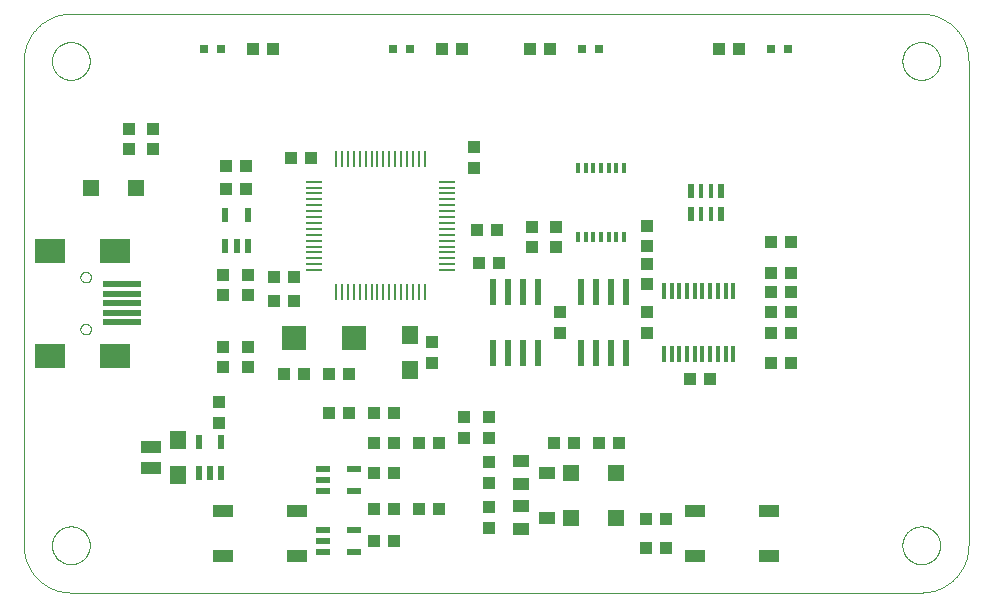
<source format=gtp>
G75*
%MOIN*%
%OFA0B0*%
%FSLAX25Y25*%
%IPPOS*%
%LPD*%
%AMOC8*
5,1,8,0,0,1.08239X$1,22.5*
%
%ADD10R,0.03150X0.03150*%
%ADD11R,0.03937X0.04331*%
%ADD12R,0.04331X0.03937*%
%ADD13R,0.07008X0.04016*%
%ADD14R,0.05512X0.06299*%
%ADD15R,0.01378X0.03543*%
%ADD16R,0.02165X0.04724*%
%ADD17R,0.04724X0.02165*%
%ADD18R,0.09843X0.07874*%
%ADD19R,0.12992X0.01969*%
%ADD20C,0.00000*%
%ADD21R,0.05512X0.03937*%
%ADD22R,0.05512X0.05512*%
%ADD23R,0.01732X0.04528*%
%ADD24R,0.02480X0.04528*%
%ADD25R,0.02362X0.08661*%
%ADD26R,0.01378X0.05630*%
%ADD27R,0.05709X0.01063*%
%ADD28R,0.01063X0.05709*%
%ADD29R,0.08000X0.08000*%
%ADD30R,0.06693X0.03937*%
D10*
X0114220Y0235814D03*
X0120126Y0235814D03*
X0177213Y0235814D03*
X0183118Y0235814D03*
X0240205Y0235814D03*
X0246110Y0235814D03*
X0303197Y0235814D03*
X0309102Y0235814D03*
D11*
X0292764Y0235814D03*
X0286071Y0235814D03*
X0229772Y0235814D03*
X0223079Y0235814D03*
X0200244Y0235814D03*
X0193551Y0235814D03*
X0204181Y0203058D03*
X0204181Y0196365D03*
X0205260Y0175499D03*
X0211953Y0175499D03*
X0231681Y0176495D03*
X0231681Y0169802D03*
X0261994Y0164308D03*
X0261994Y0157615D03*
X0261994Y0148058D03*
X0261994Y0141365D03*
X0232931Y0141365D03*
X0232931Y0148058D03*
X0190431Y0138058D03*
X0190431Y0131365D03*
X0177528Y0114711D03*
X0170835Y0114711D03*
X0162528Y0114711D03*
X0155835Y0114711D03*
X0170835Y0104711D03*
X0177528Y0104711D03*
X0185835Y0104711D03*
X0192528Y0104711D03*
X0192528Y0082524D03*
X0185835Y0082524D03*
X0177528Y0082524D03*
X0170835Y0082524D03*
X0119181Y0111365D03*
X0119181Y0118058D03*
X0230835Y0104711D03*
X0237528Y0104711D03*
X0245835Y0104711D03*
X0252528Y0104711D03*
X0261535Y0079211D03*
X0268228Y0079211D03*
X0303185Y0131286D03*
X0309878Y0131286D03*
X0309878Y0141086D03*
X0303185Y0141086D03*
X0303185Y0148074D03*
X0309878Y0148074D03*
X0309878Y0154749D03*
X0303185Y0154749D03*
X0303185Y0161211D03*
X0309878Y0161211D03*
X0309878Y0171424D03*
X0303185Y0171424D03*
X0137252Y0235814D03*
X0130559Y0235814D03*
X0128403Y0196974D03*
X0121710Y0196974D03*
D12*
X0121644Y0189182D03*
X0128337Y0189182D03*
X0143335Y0199711D03*
X0150028Y0199711D03*
X0097306Y0202665D03*
X0089181Y0202665D03*
X0089181Y0209358D03*
X0097306Y0209358D03*
X0120680Y0160560D03*
X0128805Y0160560D03*
X0128805Y0153867D03*
X0120680Y0153867D03*
X0137710Y0151899D03*
X0144403Y0151899D03*
X0144403Y0160024D03*
X0137710Y0160024D03*
X0128869Y0136495D03*
X0120694Y0136458D03*
X0120694Y0129765D03*
X0128869Y0129802D03*
X0140835Y0127524D03*
X0147528Y0127524D03*
X0155835Y0127524D03*
X0162528Y0127524D03*
X0201056Y0113058D03*
X0201056Y0106365D03*
X0209181Y0106365D03*
X0209181Y0113058D03*
X0209181Y0098058D03*
X0209181Y0091365D03*
X0209181Y0083058D03*
X0209181Y0076365D03*
X0177528Y0071899D03*
X0170835Y0071899D03*
X0170835Y0094711D03*
X0177528Y0094711D03*
X0261535Y0069411D03*
X0268228Y0069411D03*
X0276235Y0125761D03*
X0282928Y0125761D03*
X0212528Y0164711D03*
X0205835Y0164711D03*
X0223706Y0169840D03*
X0223706Y0176533D03*
X0261994Y0176808D03*
X0261994Y0170115D03*
D13*
X0096681Y0103215D03*
X0096681Y0096207D03*
D14*
X0105744Y0093806D03*
X0105744Y0105617D03*
X0182931Y0128806D03*
X0182931Y0140617D03*
D15*
X0239004Y0173196D03*
X0241563Y0173196D03*
X0244122Y0173196D03*
X0246681Y0173196D03*
X0249240Y0173196D03*
X0251799Y0173196D03*
X0254358Y0173196D03*
X0254358Y0196227D03*
X0251799Y0196227D03*
X0249240Y0196227D03*
X0246681Y0196227D03*
X0244122Y0196227D03*
X0241563Y0196227D03*
X0239004Y0196227D03*
D16*
X0128896Y0180459D03*
X0121416Y0180459D03*
X0121416Y0170223D03*
X0125156Y0170223D03*
X0128896Y0170223D03*
X0120109Y0104830D03*
X0112628Y0104830D03*
X0112628Y0094593D03*
X0116369Y0094593D03*
X0120109Y0094593D03*
D17*
X0154063Y0095952D03*
X0154063Y0092211D03*
X0154063Y0088471D03*
X0164299Y0088471D03*
X0164299Y0095952D03*
X0164299Y0075639D03*
X0154063Y0075639D03*
X0154063Y0071899D03*
X0154063Y0068159D03*
X0164299Y0068159D03*
D18*
X0084693Y0133648D03*
X0063039Y0133648D03*
X0063039Y0168688D03*
X0084693Y0168688D03*
D19*
X0087055Y0157467D03*
X0087055Y0154318D03*
X0087055Y0151168D03*
X0087055Y0148018D03*
X0087055Y0144869D03*
D20*
X0069929Y0054711D02*
X0353394Y0054711D01*
X0347095Y0070459D02*
X0347097Y0070617D01*
X0347103Y0070775D01*
X0347113Y0070933D01*
X0347127Y0071091D01*
X0347145Y0071248D01*
X0347166Y0071405D01*
X0347192Y0071561D01*
X0347222Y0071717D01*
X0347255Y0071872D01*
X0347293Y0072025D01*
X0347334Y0072178D01*
X0347379Y0072330D01*
X0347428Y0072481D01*
X0347481Y0072630D01*
X0347537Y0072778D01*
X0347597Y0072924D01*
X0347661Y0073069D01*
X0347729Y0073212D01*
X0347800Y0073354D01*
X0347874Y0073494D01*
X0347952Y0073631D01*
X0348034Y0073767D01*
X0348118Y0073901D01*
X0348207Y0074032D01*
X0348298Y0074161D01*
X0348393Y0074288D01*
X0348490Y0074413D01*
X0348591Y0074535D01*
X0348695Y0074654D01*
X0348802Y0074771D01*
X0348912Y0074885D01*
X0349025Y0074996D01*
X0349140Y0075105D01*
X0349258Y0075210D01*
X0349379Y0075312D01*
X0349502Y0075412D01*
X0349628Y0075508D01*
X0349756Y0075601D01*
X0349886Y0075691D01*
X0350019Y0075777D01*
X0350154Y0075861D01*
X0350290Y0075940D01*
X0350429Y0076017D01*
X0350570Y0076089D01*
X0350712Y0076159D01*
X0350856Y0076224D01*
X0351002Y0076286D01*
X0351149Y0076344D01*
X0351298Y0076399D01*
X0351448Y0076450D01*
X0351599Y0076497D01*
X0351751Y0076540D01*
X0351904Y0076579D01*
X0352059Y0076615D01*
X0352214Y0076646D01*
X0352370Y0076674D01*
X0352526Y0076698D01*
X0352683Y0076718D01*
X0352841Y0076734D01*
X0352998Y0076746D01*
X0353157Y0076754D01*
X0353315Y0076758D01*
X0353473Y0076758D01*
X0353631Y0076754D01*
X0353790Y0076746D01*
X0353947Y0076734D01*
X0354105Y0076718D01*
X0354262Y0076698D01*
X0354418Y0076674D01*
X0354574Y0076646D01*
X0354729Y0076615D01*
X0354884Y0076579D01*
X0355037Y0076540D01*
X0355189Y0076497D01*
X0355340Y0076450D01*
X0355490Y0076399D01*
X0355639Y0076344D01*
X0355786Y0076286D01*
X0355932Y0076224D01*
X0356076Y0076159D01*
X0356218Y0076089D01*
X0356359Y0076017D01*
X0356498Y0075940D01*
X0356634Y0075861D01*
X0356769Y0075777D01*
X0356902Y0075691D01*
X0357032Y0075601D01*
X0357160Y0075508D01*
X0357286Y0075412D01*
X0357409Y0075312D01*
X0357530Y0075210D01*
X0357648Y0075105D01*
X0357763Y0074996D01*
X0357876Y0074885D01*
X0357986Y0074771D01*
X0358093Y0074654D01*
X0358197Y0074535D01*
X0358298Y0074413D01*
X0358395Y0074288D01*
X0358490Y0074161D01*
X0358581Y0074032D01*
X0358670Y0073901D01*
X0358754Y0073767D01*
X0358836Y0073631D01*
X0358914Y0073494D01*
X0358988Y0073354D01*
X0359059Y0073212D01*
X0359127Y0073069D01*
X0359191Y0072924D01*
X0359251Y0072778D01*
X0359307Y0072630D01*
X0359360Y0072481D01*
X0359409Y0072330D01*
X0359454Y0072178D01*
X0359495Y0072025D01*
X0359533Y0071872D01*
X0359566Y0071717D01*
X0359596Y0071561D01*
X0359622Y0071405D01*
X0359643Y0071248D01*
X0359661Y0071091D01*
X0359675Y0070933D01*
X0359685Y0070775D01*
X0359691Y0070617D01*
X0359693Y0070459D01*
X0359691Y0070301D01*
X0359685Y0070143D01*
X0359675Y0069985D01*
X0359661Y0069827D01*
X0359643Y0069670D01*
X0359622Y0069513D01*
X0359596Y0069357D01*
X0359566Y0069201D01*
X0359533Y0069046D01*
X0359495Y0068893D01*
X0359454Y0068740D01*
X0359409Y0068588D01*
X0359360Y0068437D01*
X0359307Y0068288D01*
X0359251Y0068140D01*
X0359191Y0067994D01*
X0359127Y0067849D01*
X0359059Y0067706D01*
X0358988Y0067564D01*
X0358914Y0067424D01*
X0358836Y0067287D01*
X0358754Y0067151D01*
X0358670Y0067017D01*
X0358581Y0066886D01*
X0358490Y0066757D01*
X0358395Y0066630D01*
X0358298Y0066505D01*
X0358197Y0066383D01*
X0358093Y0066264D01*
X0357986Y0066147D01*
X0357876Y0066033D01*
X0357763Y0065922D01*
X0357648Y0065813D01*
X0357530Y0065708D01*
X0357409Y0065606D01*
X0357286Y0065506D01*
X0357160Y0065410D01*
X0357032Y0065317D01*
X0356902Y0065227D01*
X0356769Y0065141D01*
X0356634Y0065057D01*
X0356498Y0064978D01*
X0356359Y0064901D01*
X0356218Y0064829D01*
X0356076Y0064759D01*
X0355932Y0064694D01*
X0355786Y0064632D01*
X0355639Y0064574D01*
X0355490Y0064519D01*
X0355340Y0064468D01*
X0355189Y0064421D01*
X0355037Y0064378D01*
X0354884Y0064339D01*
X0354729Y0064303D01*
X0354574Y0064272D01*
X0354418Y0064244D01*
X0354262Y0064220D01*
X0354105Y0064200D01*
X0353947Y0064184D01*
X0353790Y0064172D01*
X0353631Y0064164D01*
X0353473Y0064160D01*
X0353315Y0064160D01*
X0353157Y0064164D01*
X0352998Y0064172D01*
X0352841Y0064184D01*
X0352683Y0064200D01*
X0352526Y0064220D01*
X0352370Y0064244D01*
X0352214Y0064272D01*
X0352059Y0064303D01*
X0351904Y0064339D01*
X0351751Y0064378D01*
X0351599Y0064421D01*
X0351448Y0064468D01*
X0351298Y0064519D01*
X0351149Y0064574D01*
X0351002Y0064632D01*
X0350856Y0064694D01*
X0350712Y0064759D01*
X0350570Y0064829D01*
X0350429Y0064901D01*
X0350290Y0064978D01*
X0350154Y0065057D01*
X0350019Y0065141D01*
X0349886Y0065227D01*
X0349756Y0065317D01*
X0349628Y0065410D01*
X0349502Y0065506D01*
X0349379Y0065606D01*
X0349258Y0065708D01*
X0349140Y0065813D01*
X0349025Y0065922D01*
X0348912Y0066033D01*
X0348802Y0066147D01*
X0348695Y0066264D01*
X0348591Y0066383D01*
X0348490Y0066505D01*
X0348393Y0066630D01*
X0348298Y0066757D01*
X0348207Y0066886D01*
X0348118Y0067017D01*
X0348034Y0067151D01*
X0347952Y0067287D01*
X0347874Y0067424D01*
X0347800Y0067564D01*
X0347729Y0067706D01*
X0347661Y0067849D01*
X0347597Y0067994D01*
X0347537Y0068140D01*
X0347481Y0068288D01*
X0347428Y0068437D01*
X0347379Y0068588D01*
X0347334Y0068740D01*
X0347293Y0068893D01*
X0347255Y0069046D01*
X0347222Y0069201D01*
X0347192Y0069357D01*
X0347166Y0069513D01*
X0347145Y0069670D01*
X0347127Y0069827D01*
X0347113Y0069985D01*
X0347103Y0070143D01*
X0347097Y0070301D01*
X0347095Y0070459D01*
X0353394Y0054711D02*
X0353775Y0054716D01*
X0354155Y0054729D01*
X0354535Y0054752D01*
X0354914Y0054785D01*
X0355292Y0054826D01*
X0355669Y0054876D01*
X0356045Y0054936D01*
X0356420Y0055004D01*
X0356792Y0055082D01*
X0357163Y0055169D01*
X0357531Y0055264D01*
X0357897Y0055369D01*
X0358260Y0055482D01*
X0358621Y0055604D01*
X0358978Y0055734D01*
X0359332Y0055874D01*
X0359683Y0056021D01*
X0360030Y0056178D01*
X0360373Y0056342D01*
X0360712Y0056515D01*
X0361047Y0056696D01*
X0361378Y0056885D01*
X0361703Y0057082D01*
X0362024Y0057286D01*
X0362340Y0057499D01*
X0362650Y0057719D01*
X0362956Y0057946D01*
X0363255Y0058181D01*
X0363549Y0058423D01*
X0363837Y0058671D01*
X0364119Y0058927D01*
X0364394Y0059190D01*
X0364663Y0059459D01*
X0364926Y0059734D01*
X0365182Y0060016D01*
X0365430Y0060304D01*
X0365672Y0060598D01*
X0365907Y0060897D01*
X0366134Y0061203D01*
X0366354Y0061513D01*
X0366567Y0061829D01*
X0366771Y0062150D01*
X0366968Y0062475D01*
X0367157Y0062806D01*
X0367338Y0063141D01*
X0367511Y0063480D01*
X0367675Y0063823D01*
X0367832Y0064170D01*
X0367979Y0064521D01*
X0368119Y0064875D01*
X0368249Y0065232D01*
X0368371Y0065593D01*
X0368484Y0065956D01*
X0368589Y0066322D01*
X0368684Y0066690D01*
X0368771Y0067061D01*
X0368849Y0067433D01*
X0368917Y0067808D01*
X0368977Y0068184D01*
X0369027Y0068561D01*
X0369068Y0068939D01*
X0369101Y0069318D01*
X0369124Y0069698D01*
X0369137Y0070078D01*
X0369142Y0070459D01*
X0369142Y0231877D01*
X0347095Y0231877D02*
X0347097Y0232035D01*
X0347103Y0232193D01*
X0347113Y0232351D01*
X0347127Y0232509D01*
X0347145Y0232666D01*
X0347166Y0232823D01*
X0347192Y0232979D01*
X0347222Y0233135D01*
X0347255Y0233290D01*
X0347293Y0233443D01*
X0347334Y0233596D01*
X0347379Y0233748D01*
X0347428Y0233899D01*
X0347481Y0234048D01*
X0347537Y0234196D01*
X0347597Y0234342D01*
X0347661Y0234487D01*
X0347729Y0234630D01*
X0347800Y0234772D01*
X0347874Y0234912D01*
X0347952Y0235049D01*
X0348034Y0235185D01*
X0348118Y0235319D01*
X0348207Y0235450D01*
X0348298Y0235579D01*
X0348393Y0235706D01*
X0348490Y0235831D01*
X0348591Y0235953D01*
X0348695Y0236072D01*
X0348802Y0236189D01*
X0348912Y0236303D01*
X0349025Y0236414D01*
X0349140Y0236523D01*
X0349258Y0236628D01*
X0349379Y0236730D01*
X0349502Y0236830D01*
X0349628Y0236926D01*
X0349756Y0237019D01*
X0349886Y0237109D01*
X0350019Y0237195D01*
X0350154Y0237279D01*
X0350290Y0237358D01*
X0350429Y0237435D01*
X0350570Y0237507D01*
X0350712Y0237577D01*
X0350856Y0237642D01*
X0351002Y0237704D01*
X0351149Y0237762D01*
X0351298Y0237817D01*
X0351448Y0237868D01*
X0351599Y0237915D01*
X0351751Y0237958D01*
X0351904Y0237997D01*
X0352059Y0238033D01*
X0352214Y0238064D01*
X0352370Y0238092D01*
X0352526Y0238116D01*
X0352683Y0238136D01*
X0352841Y0238152D01*
X0352998Y0238164D01*
X0353157Y0238172D01*
X0353315Y0238176D01*
X0353473Y0238176D01*
X0353631Y0238172D01*
X0353790Y0238164D01*
X0353947Y0238152D01*
X0354105Y0238136D01*
X0354262Y0238116D01*
X0354418Y0238092D01*
X0354574Y0238064D01*
X0354729Y0238033D01*
X0354884Y0237997D01*
X0355037Y0237958D01*
X0355189Y0237915D01*
X0355340Y0237868D01*
X0355490Y0237817D01*
X0355639Y0237762D01*
X0355786Y0237704D01*
X0355932Y0237642D01*
X0356076Y0237577D01*
X0356218Y0237507D01*
X0356359Y0237435D01*
X0356498Y0237358D01*
X0356634Y0237279D01*
X0356769Y0237195D01*
X0356902Y0237109D01*
X0357032Y0237019D01*
X0357160Y0236926D01*
X0357286Y0236830D01*
X0357409Y0236730D01*
X0357530Y0236628D01*
X0357648Y0236523D01*
X0357763Y0236414D01*
X0357876Y0236303D01*
X0357986Y0236189D01*
X0358093Y0236072D01*
X0358197Y0235953D01*
X0358298Y0235831D01*
X0358395Y0235706D01*
X0358490Y0235579D01*
X0358581Y0235450D01*
X0358670Y0235319D01*
X0358754Y0235185D01*
X0358836Y0235049D01*
X0358914Y0234912D01*
X0358988Y0234772D01*
X0359059Y0234630D01*
X0359127Y0234487D01*
X0359191Y0234342D01*
X0359251Y0234196D01*
X0359307Y0234048D01*
X0359360Y0233899D01*
X0359409Y0233748D01*
X0359454Y0233596D01*
X0359495Y0233443D01*
X0359533Y0233290D01*
X0359566Y0233135D01*
X0359596Y0232979D01*
X0359622Y0232823D01*
X0359643Y0232666D01*
X0359661Y0232509D01*
X0359675Y0232351D01*
X0359685Y0232193D01*
X0359691Y0232035D01*
X0359693Y0231877D01*
X0359691Y0231719D01*
X0359685Y0231561D01*
X0359675Y0231403D01*
X0359661Y0231245D01*
X0359643Y0231088D01*
X0359622Y0230931D01*
X0359596Y0230775D01*
X0359566Y0230619D01*
X0359533Y0230464D01*
X0359495Y0230311D01*
X0359454Y0230158D01*
X0359409Y0230006D01*
X0359360Y0229855D01*
X0359307Y0229706D01*
X0359251Y0229558D01*
X0359191Y0229412D01*
X0359127Y0229267D01*
X0359059Y0229124D01*
X0358988Y0228982D01*
X0358914Y0228842D01*
X0358836Y0228705D01*
X0358754Y0228569D01*
X0358670Y0228435D01*
X0358581Y0228304D01*
X0358490Y0228175D01*
X0358395Y0228048D01*
X0358298Y0227923D01*
X0358197Y0227801D01*
X0358093Y0227682D01*
X0357986Y0227565D01*
X0357876Y0227451D01*
X0357763Y0227340D01*
X0357648Y0227231D01*
X0357530Y0227126D01*
X0357409Y0227024D01*
X0357286Y0226924D01*
X0357160Y0226828D01*
X0357032Y0226735D01*
X0356902Y0226645D01*
X0356769Y0226559D01*
X0356634Y0226475D01*
X0356498Y0226396D01*
X0356359Y0226319D01*
X0356218Y0226247D01*
X0356076Y0226177D01*
X0355932Y0226112D01*
X0355786Y0226050D01*
X0355639Y0225992D01*
X0355490Y0225937D01*
X0355340Y0225886D01*
X0355189Y0225839D01*
X0355037Y0225796D01*
X0354884Y0225757D01*
X0354729Y0225721D01*
X0354574Y0225690D01*
X0354418Y0225662D01*
X0354262Y0225638D01*
X0354105Y0225618D01*
X0353947Y0225602D01*
X0353790Y0225590D01*
X0353631Y0225582D01*
X0353473Y0225578D01*
X0353315Y0225578D01*
X0353157Y0225582D01*
X0352998Y0225590D01*
X0352841Y0225602D01*
X0352683Y0225618D01*
X0352526Y0225638D01*
X0352370Y0225662D01*
X0352214Y0225690D01*
X0352059Y0225721D01*
X0351904Y0225757D01*
X0351751Y0225796D01*
X0351599Y0225839D01*
X0351448Y0225886D01*
X0351298Y0225937D01*
X0351149Y0225992D01*
X0351002Y0226050D01*
X0350856Y0226112D01*
X0350712Y0226177D01*
X0350570Y0226247D01*
X0350429Y0226319D01*
X0350290Y0226396D01*
X0350154Y0226475D01*
X0350019Y0226559D01*
X0349886Y0226645D01*
X0349756Y0226735D01*
X0349628Y0226828D01*
X0349502Y0226924D01*
X0349379Y0227024D01*
X0349258Y0227126D01*
X0349140Y0227231D01*
X0349025Y0227340D01*
X0348912Y0227451D01*
X0348802Y0227565D01*
X0348695Y0227682D01*
X0348591Y0227801D01*
X0348490Y0227923D01*
X0348393Y0228048D01*
X0348298Y0228175D01*
X0348207Y0228304D01*
X0348118Y0228435D01*
X0348034Y0228569D01*
X0347952Y0228705D01*
X0347874Y0228842D01*
X0347800Y0228982D01*
X0347729Y0229124D01*
X0347661Y0229267D01*
X0347597Y0229412D01*
X0347537Y0229558D01*
X0347481Y0229706D01*
X0347428Y0229855D01*
X0347379Y0230006D01*
X0347334Y0230158D01*
X0347293Y0230311D01*
X0347255Y0230464D01*
X0347222Y0230619D01*
X0347192Y0230775D01*
X0347166Y0230931D01*
X0347145Y0231088D01*
X0347127Y0231245D01*
X0347113Y0231403D01*
X0347103Y0231561D01*
X0347097Y0231719D01*
X0347095Y0231877D01*
X0353394Y0247625D02*
X0353775Y0247620D01*
X0354155Y0247607D01*
X0354535Y0247584D01*
X0354914Y0247551D01*
X0355292Y0247510D01*
X0355669Y0247460D01*
X0356045Y0247400D01*
X0356420Y0247332D01*
X0356792Y0247254D01*
X0357163Y0247167D01*
X0357531Y0247072D01*
X0357897Y0246967D01*
X0358260Y0246854D01*
X0358621Y0246732D01*
X0358978Y0246602D01*
X0359332Y0246462D01*
X0359683Y0246315D01*
X0360030Y0246158D01*
X0360373Y0245994D01*
X0360712Y0245821D01*
X0361047Y0245640D01*
X0361378Y0245451D01*
X0361703Y0245254D01*
X0362024Y0245050D01*
X0362340Y0244837D01*
X0362650Y0244617D01*
X0362956Y0244390D01*
X0363255Y0244155D01*
X0363549Y0243913D01*
X0363837Y0243665D01*
X0364119Y0243409D01*
X0364394Y0243146D01*
X0364663Y0242877D01*
X0364926Y0242602D01*
X0365182Y0242320D01*
X0365430Y0242032D01*
X0365672Y0241738D01*
X0365907Y0241439D01*
X0366134Y0241133D01*
X0366354Y0240823D01*
X0366567Y0240507D01*
X0366771Y0240186D01*
X0366968Y0239861D01*
X0367157Y0239530D01*
X0367338Y0239195D01*
X0367511Y0238856D01*
X0367675Y0238513D01*
X0367832Y0238166D01*
X0367979Y0237815D01*
X0368119Y0237461D01*
X0368249Y0237104D01*
X0368371Y0236743D01*
X0368484Y0236380D01*
X0368589Y0236014D01*
X0368684Y0235646D01*
X0368771Y0235275D01*
X0368849Y0234903D01*
X0368917Y0234528D01*
X0368977Y0234152D01*
X0369027Y0233775D01*
X0369068Y0233397D01*
X0369101Y0233018D01*
X0369124Y0232638D01*
X0369137Y0232258D01*
X0369142Y0231877D01*
X0353394Y0247625D02*
X0069929Y0247625D01*
X0063630Y0231877D02*
X0063632Y0232035D01*
X0063638Y0232193D01*
X0063648Y0232351D01*
X0063662Y0232509D01*
X0063680Y0232666D01*
X0063701Y0232823D01*
X0063727Y0232979D01*
X0063757Y0233135D01*
X0063790Y0233290D01*
X0063828Y0233443D01*
X0063869Y0233596D01*
X0063914Y0233748D01*
X0063963Y0233899D01*
X0064016Y0234048D01*
X0064072Y0234196D01*
X0064132Y0234342D01*
X0064196Y0234487D01*
X0064264Y0234630D01*
X0064335Y0234772D01*
X0064409Y0234912D01*
X0064487Y0235049D01*
X0064569Y0235185D01*
X0064653Y0235319D01*
X0064742Y0235450D01*
X0064833Y0235579D01*
X0064928Y0235706D01*
X0065025Y0235831D01*
X0065126Y0235953D01*
X0065230Y0236072D01*
X0065337Y0236189D01*
X0065447Y0236303D01*
X0065560Y0236414D01*
X0065675Y0236523D01*
X0065793Y0236628D01*
X0065914Y0236730D01*
X0066037Y0236830D01*
X0066163Y0236926D01*
X0066291Y0237019D01*
X0066421Y0237109D01*
X0066554Y0237195D01*
X0066689Y0237279D01*
X0066825Y0237358D01*
X0066964Y0237435D01*
X0067105Y0237507D01*
X0067247Y0237577D01*
X0067391Y0237642D01*
X0067537Y0237704D01*
X0067684Y0237762D01*
X0067833Y0237817D01*
X0067983Y0237868D01*
X0068134Y0237915D01*
X0068286Y0237958D01*
X0068439Y0237997D01*
X0068594Y0238033D01*
X0068749Y0238064D01*
X0068905Y0238092D01*
X0069061Y0238116D01*
X0069218Y0238136D01*
X0069376Y0238152D01*
X0069533Y0238164D01*
X0069692Y0238172D01*
X0069850Y0238176D01*
X0070008Y0238176D01*
X0070166Y0238172D01*
X0070325Y0238164D01*
X0070482Y0238152D01*
X0070640Y0238136D01*
X0070797Y0238116D01*
X0070953Y0238092D01*
X0071109Y0238064D01*
X0071264Y0238033D01*
X0071419Y0237997D01*
X0071572Y0237958D01*
X0071724Y0237915D01*
X0071875Y0237868D01*
X0072025Y0237817D01*
X0072174Y0237762D01*
X0072321Y0237704D01*
X0072467Y0237642D01*
X0072611Y0237577D01*
X0072753Y0237507D01*
X0072894Y0237435D01*
X0073033Y0237358D01*
X0073169Y0237279D01*
X0073304Y0237195D01*
X0073437Y0237109D01*
X0073567Y0237019D01*
X0073695Y0236926D01*
X0073821Y0236830D01*
X0073944Y0236730D01*
X0074065Y0236628D01*
X0074183Y0236523D01*
X0074298Y0236414D01*
X0074411Y0236303D01*
X0074521Y0236189D01*
X0074628Y0236072D01*
X0074732Y0235953D01*
X0074833Y0235831D01*
X0074930Y0235706D01*
X0075025Y0235579D01*
X0075116Y0235450D01*
X0075205Y0235319D01*
X0075289Y0235185D01*
X0075371Y0235049D01*
X0075449Y0234912D01*
X0075523Y0234772D01*
X0075594Y0234630D01*
X0075662Y0234487D01*
X0075726Y0234342D01*
X0075786Y0234196D01*
X0075842Y0234048D01*
X0075895Y0233899D01*
X0075944Y0233748D01*
X0075989Y0233596D01*
X0076030Y0233443D01*
X0076068Y0233290D01*
X0076101Y0233135D01*
X0076131Y0232979D01*
X0076157Y0232823D01*
X0076178Y0232666D01*
X0076196Y0232509D01*
X0076210Y0232351D01*
X0076220Y0232193D01*
X0076226Y0232035D01*
X0076228Y0231877D01*
X0076226Y0231719D01*
X0076220Y0231561D01*
X0076210Y0231403D01*
X0076196Y0231245D01*
X0076178Y0231088D01*
X0076157Y0230931D01*
X0076131Y0230775D01*
X0076101Y0230619D01*
X0076068Y0230464D01*
X0076030Y0230311D01*
X0075989Y0230158D01*
X0075944Y0230006D01*
X0075895Y0229855D01*
X0075842Y0229706D01*
X0075786Y0229558D01*
X0075726Y0229412D01*
X0075662Y0229267D01*
X0075594Y0229124D01*
X0075523Y0228982D01*
X0075449Y0228842D01*
X0075371Y0228705D01*
X0075289Y0228569D01*
X0075205Y0228435D01*
X0075116Y0228304D01*
X0075025Y0228175D01*
X0074930Y0228048D01*
X0074833Y0227923D01*
X0074732Y0227801D01*
X0074628Y0227682D01*
X0074521Y0227565D01*
X0074411Y0227451D01*
X0074298Y0227340D01*
X0074183Y0227231D01*
X0074065Y0227126D01*
X0073944Y0227024D01*
X0073821Y0226924D01*
X0073695Y0226828D01*
X0073567Y0226735D01*
X0073437Y0226645D01*
X0073304Y0226559D01*
X0073169Y0226475D01*
X0073033Y0226396D01*
X0072894Y0226319D01*
X0072753Y0226247D01*
X0072611Y0226177D01*
X0072467Y0226112D01*
X0072321Y0226050D01*
X0072174Y0225992D01*
X0072025Y0225937D01*
X0071875Y0225886D01*
X0071724Y0225839D01*
X0071572Y0225796D01*
X0071419Y0225757D01*
X0071264Y0225721D01*
X0071109Y0225690D01*
X0070953Y0225662D01*
X0070797Y0225638D01*
X0070640Y0225618D01*
X0070482Y0225602D01*
X0070325Y0225590D01*
X0070166Y0225582D01*
X0070008Y0225578D01*
X0069850Y0225578D01*
X0069692Y0225582D01*
X0069533Y0225590D01*
X0069376Y0225602D01*
X0069218Y0225618D01*
X0069061Y0225638D01*
X0068905Y0225662D01*
X0068749Y0225690D01*
X0068594Y0225721D01*
X0068439Y0225757D01*
X0068286Y0225796D01*
X0068134Y0225839D01*
X0067983Y0225886D01*
X0067833Y0225937D01*
X0067684Y0225992D01*
X0067537Y0226050D01*
X0067391Y0226112D01*
X0067247Y0226177D01*
X0067105Y0226247D01*
X0066964Y0226319D01*
X0066825Y0226396D01*
X0066689Y0226475D01*
X0066554Y0226559D01*
X0066421Y0226645D01*
X0066291Y0226735D01*
X0066163Y0226828D01*
X0066037Y0226924D01*
X0065914Y0227024D01*
X0065793Y0227126D01*
X0065675Y0227231D01*
X0065560Y0227340D01*
X0065447Y0227451D01*
X0065337Y0227565D01*
X0065230Y0227682D01*
X0065126Y0227801D01*
X0065025Y0227923D01*
X0064928Y0228048D01*
X0064833Y0228175D01*
X0064742Y0228304D01*
X0064653Y0228435D01*
X0064569Y0228569D01*
X0064487Y0228705D01*
X0064409Y0228842D01*
X0064335Y0228982D01*
X0064264Y0229124D01*
X0064196Y0229267D01*
X0064132Y0229412D01*
X0064072Y0229558D01*
X0064016Y0229706D01*
X0063963Y0229855D01*
X0063914Y0230006D01*
X0063869Y0230158D01*
X0063828Y0230311D01*
X0063790Y0230464D01*
X0063757Y0230619D01*
X0063727Y0230775D01*
X0063701Y0230931D01*
X0063680Y0231088D01*
X0063662Y0231245D01*
X0063648Y0231403D01*
X0063638Y0231561D01*
X0063632Y0231719D01*
X0063630Y0231877D01*
X0054181Y0231877D02*
X0054186Y0232258D01*
X0054199Y0232638D01*
X0054222Y0233018D01*
X0054255Y0233397D01*
X0054296Y0233775D01*
X0054346Y0234152D01*
X0054406Y0234528D01*
X0054474Y0234903D01*
X0054552Y0235275D01*
X0054639Y0235646D01*
X0054734Y0236014D01*
X0054839Y0236380D01*
X0054952Y0236743D01*
X0055074Y0237104D01*
X0055204Y0237461D01*
X0055344Y0237815D01*
X0055491Y0238166D01*
X0055648Y0238513D01*
X0055812Y0238856D01*
X0055985Y0239195D01*
X0056166Y0239530D01*
X0056355Y0239861D01*
X0056552Y0240186D01*
X0056756Y0240507D01*
X0056969Y0240823D01*
X0057189Y0241133D01*
X0057416Y0241439D01*
X0057651Y0241738D01*
X0057893Y0242032D01*
X0058141Y0242320D01*
X0058397Y0242602D01*
X0058660Y0242877D01*
X0058929Y0243146D01*
X0059204Y0243409D01*
X0059486Y0243665D01*
X0059774Y0243913D01*
X0060068Y0244155D01*
X0060367Y0244390D01*
X0060673Y0244617D01*
X0060983Y0244837D01*
X0061299Y0245050D01*
X0061620Y0245254D01*
X0061945Y0245451D01*
X0062276Y0245640D01*
X0062611Y0245821D01*
X0062950Y0245994D01*
X0063293Y0246158D01*
X0063640Y0246315D01*
X0063991Y0246462D01*
X0064345Y0246602D01*
X0064702Y0246732D01*
X0065063Y0246854D01*
X0065426Y0246967D01*
X0065792Y0247072D01*
X0066160Y0247167D01*
X0066531Y0247254D01*
X0066903Y0247332D01*
X0067278Y0247400D01*
X0067654Y0247460D01*
X0068031Y0247510D01*
X0068409Y0247551D01*
X0068788Y0247584D01*
X0069168Y0247607D01*
X0069548Y0247620D01*
X0069929Y0247625D01*
X0054181Y0231877D02*
X0054181Y0070459D01*
X0063630Y0070459D02*
X0063632Y0070617D01*
X0063638Y0070775D01*
X0063648Y0070933D01*
X0063662Y0071091D01*
X0063680Y0071248D01*
X0063701Y0071405D01*
X0063727Y0071561D01*
X0063757Y0071717D01*
X0063790Y0071872D01*
X0063828Y0072025D01*
X0063869Y0072178D01*
X0063914Y0072330D01*
X0063963Y0072481D01*
X0064016Y0072630D01*
X0064072Y0072778D01*
X0064132Y0072924D01*
X0064196Y0073069D01*
X0064264Y0073212D01*
X0064335Y0073354D01*
X0064409Y0073494D01*
X0064487Y0073631D01*
X0064569Y0073767D01*
X0064653Y0073901D01*
X0064742Y0074032D01*
X0064833Y0074161D01*
X0064928Y0074288D01*
X0065025Y0074413D01*
X0065126Y0074535D01*
X0065230Y0074654D01*
X0065337Y0074771D01*
X0065447Y0074885D01*
X0065560Y0074996D01*
X0065675Y0075105D01*
X0065793Y0075210D01*
X0065914Y0075312D01*
X0066037Y0075412D01*
X0066163Y0075508D01*
X0066291Y0075601D01*
X0066421Y0075691D01*
X0066554Y0075777D01*
X0066689Y0075861D01*
X0066825Y0075940D01*
X0066964Y0076017D01*
X0067105Y0076089D01*
X0067247Y0076159D01*
X0067391Y0076224D01*
X0067537Y0076286D01*
X0067684Y0076344D01*
X0067833Y0076399D01*
X0067983Y0076450D01*
X0068134Y0076497D01*
X0068286Y0076540D01*
X0068439Y0076579D01*
X0068594Y0076615D01*
X0068749Y0076646D01*
X0068905Y0076674D01*
X0069061Y0076698D01*
X0069218Y0076718D01*
X0069376Y0076734D01*
X0069533Y0076746D01*
X0069692Y0076754D01*
X0069850Y0076758D01*
X0070008Y0076758D01*
X0070166Y0076754D01*
X0070325Y0076746D01*
X0070482Y0076734D01*
X0070640Y0076718D01*
X0070797Y0076698D01*
X0070953Y0076674D01*
X0071109Y0076646D01*
X0071264Y0076615D01*
X0071419Y0076579D01*
X0071572Y0076540D01*
X0071724Y0076497D01*
X0071875Y0076450D01*
X0072025Y0076399D01*
X0072174Y0076344D01*
X0072321Y0076286D01*
X0072467Y0076224D01*
X0072611Y0076159D01*
X0072753Y0076089D01*
X0072894Y0076017D01*
X0073033Y0075940D01*
X0073169Y0075861D01*
X0073304Y0075777D01*
X0073437Y0075691D01*
X0073567Y0075601D01*
X0073695Y0075508D01*
X0073821Y0075412D01*
X0073944Y0075312D01*
X0074065Y0075210D01*
X0074183Y0075105D01*
X0074298Y0074996D01*
X0074411Y0074885D01*
X0074521Y0074771D01*
X0074628Y0074654D01*
X0074732Y0074535D01*
X0074833Y0074413D01*
X0074930Y0074288D01*
X0075025Y0074161D01*
X0075116Y0074032D01*
X0075205Y0073901D01*
X0075289Y0073767D01*
X0075371Y0073631D01*
X0075449Y0073494D01*
X0075523Y0073354D01*
X0075594Y0073212D01*
X0075662Y0073069D01*
X0075726Y0072924D01*
X0075786Y0072778D01*
X0075842Y0072630D01*
X0075895Y0072481D01*
X0075944Y0072330D01*
X0075989Y0072178D01*
X0076030Y0072025D01*
X0076068Y0071872D01*
X0076101Y0071717D01*
X0076131Y0071561D01*
X0076157Y0071405D01*
X0076178Y0071248D01*
X0076196Y0071091D01*
X0076210Y0070933D01*
X0076220Y0070775D01*
X0076226Y0070617D01*
X0076228Y0070459D01*
X0076226Y0070301D01*
X0076220Y0070143D01*
X0076210Y0069985D01*
X0076196Y0069827D01*
X0076178Y0069670D01*
X0076157Y0069513D01*
X0076131Y0069357D01*
X0076101Y0069201D01*
X0076068Y0069046D01*
X0076030Y0068893D01*
X0075989Y0068740D01*
X0075944Y0068588D01*
X0075895Y0068437D01*
X0075842Y0068288D01*
X0075786Y0068140D01*
X0075726Y0067994D01*
X0075662Y0067849D01*
X0075594Y0067706D01*
X0075523Y0067564D01*
X0075449Y0067424D01*
X0075371Y0067287D01*
X0075289Y0067151D01*
X0075205Y0067017D01*
X0075116Y0066886D01*
X0075025Y0066757D01*
X0074930Y0066630D01*
X0074833Y0066505D01*
X0074732Y0066383D01*
X0074628Y0066264D01*
X0074521Y0066147D01*
X0074411Y0066033D01*
X0074298Y0065922D01*
X0074183Y0065813D01*
X0074065Y0065708D01*
X0073944Y0065606D01*
X0073821Y0065506D01*
X0073695Y0065410D01*
X0073567Y0065317D01*
X0073437Y0065227D01*
X0073304Y0065141D01*
X0073169Y0065057D01*
X0073033Y0064978D01*
X0072894Y0064901D01*
X0072753Y0064829D01*
X0072611Y0064759D01*
X0072467Y0064694D01*
X0072321Y0064632D01*
X0072174Y0064574D01*
X0072025Y0064519D01*
X0071875Y0064468D01*
X0071724Y0064421D01*
X0071572Y0064378D01*
X0071419Y0064339D01*
X0071264Y0064303D01*
X0071109Y0064272D01*
X0070953Y0064244D01*
X0070797Y0064220D01*
X0070640Y0064200D01*
X0070482Y0064184D01*
X0070325Y0064172D01*
X0070166Y0064164D01*
X0070008Y0064160D01*
X0069850Y0064160D01*
X0069692Y0064164D01*
X0069533Y0064172D01*
X0069376Y0064184D01*
X0069218Y0064200D01*
X0069061Y0064220D01*
X0068905Y0064244D01*
X0068749Y0064272D01*
X0068594Y0064303D01*
X0068439Y0064339D01*
X0068286Y0064378D01*
X0068134Y0064421D01*
X0067983Y0064468D01*
X0067833Y0064519D01*
X0067684Y0064574D01*
X0067537Y0064632D01*
X0067391Y0064694D01*
X0067247Y0064759D01*
X0067105Y0064829D01*
X0066964Y0064901D01*
X0066825Y0064978D01*
X0066689Y0065057D01*
X0066554Y0065141D01*
X0066421Y0065227D01*
X0066291Y0065317D01*
X0066163Y0065410D01*
X0066037Y0065506D01*
X0065914Y0065606D01*
X0065793Y0065708D01*
X0065675Y0065813D01*
X0065560Y0065922D01*
X0065447Y0066033D01*
X0065337Y0066147D01*
X0065230Y0066264D01*
X0065126Y0066383D01*
X0065025Y0066505D01*
X0064928Y0066630D01*
X0064833Y0066757D01*
X0064742Y0066886D01*
X0064653Y0067017D01*
X0064569Y0067151D01*
X0064487Y0067287D01*
X0064409Y0067424D01*
X0064335Y0067564D01*
X0064264Y0067706D01*
X0064196Y0067849D01*
X0064132Y0067994D01*
X0064072Y0068140D01*
X0064016Y0068288D01*
X0063963Y0068437D01*
X0063914Y0068588D01*
X0063869Y0068740D01*
X0063828Y0068893D01*
X0063790Y0069046D01*
X0063757Y0069201D01*
X0063727Y0069357D01*
X0063701Y0069513D01*
X0063680Y0069670D01*
X0063662Y0069827D01*
X0063648Y0069985D01*
X0063638Y0070143D01*
X0063632Y0070301D01*
X0063630Y0070459D01*
X0054181Y0070459D02*
X0054186Y0070078D01*
X0054199Y0069698D01*
X0054222Y0069318D01*
X0054255Y0068939D01*
X0054296Y0068561D01*
X0054346Y0068184D01*
X0054406Y0067808D01*
X0054474Y0067433D01*
X0054552Y0067061D01*
X0054639Y0066690D01*
X0054734Y0066322D01*
X0054839Y0065956D01*
X0054952Y0065593D01*
X0055074Y0065232D01*
X0055204Y0064875D01*
X0055344Y0064521D01*
X0055491Y0064170D01*
X0055648Y0063823D01*
X0055812Y0063480D01*
X0055985Y0063141D01*
X0056166Y0062806D01*
X0056355Y0062475D01*
X0056552Y0062150D01*
X0056756Y0061829D01*
X0056969Y0061513D01*
X0057189Y0061203D01*
X0057416Y0060897D01*
X0057651Y0060598D01*
X0057893Y0060304D01*
X0058141Y0060016D01*
X0058397Y0059734D01*
X0058660Y0059459D01*
X0058929Y0059190D01*
X0059204Y0058927D01*
X0059486Y0058671D01*
X0059774Y0058423D01*
X0060068Y0058181D01*
X0060367Y0057946D01*
X0060673Y0057719D01*
X0060983Y0057499D01*
X0061299Y0057286D01*
X0061620Y0057082D01*
X0061945Y0056885D01*
X0062276Y0056696D01*
X0062611Y0056515D01*
X0062950Y0056342D01*
X0063293Y0056178D01*
X0063640Y0056021D01*
X0063991Y0055874D01*
X0064345Y0055734D01*
X0064702Y0055604D01*
X0065063Y0055482D01*
X0065426Y0055369D01*
X0065792Y0055264D01*
X0066160Y0055169D01*
X0066531Y0055082D01*
X0066903Y0055004D01*
X0067278Y0054936D01*
X0067654Y0054876D01*
X0068031Y0054826D01*
X0068409Y0054785D01*
X0068788Y0054752D01*
X0069168Y0054729D01*
X0069548Y0054716D01*
X0069929Y0054711D01*
X0073078Y0142507D02*
X0073080Y0142591D01*
X0073086Y0142674D01*
X0073096Y0142757D01*
X0073110Y0142840D01*
X0073127Y0142922D01*
X0073149Y0143003D01*
X0073174Y0143082D01*
X0073203Y0143161D01*
X0073236Y0143238D01*
X0073272Y0143313D01*
X0073312Y0143387D01*
X0073355Y0143459D01*
X0073402Y0143528D01*
X0073452Y0143595D01*
X0073505Y0143660D01*
X0073561Y0143722D01*
X0073619Y0143782D01*
X0073681Y0143839D01*
X0073745Y0143892D01*
X0073812Y0143943D01*
X0073881Y0143990D01*
X0073952Y0144035D01*
X0074025Y0144075D01*
X0074100Y0144112D01*
X0074177Y0144146D01*
X0074255Y0144176D01*
X0074334Y0144202D01*
X0074415Y0144225D01*
X0074497Y0144243D01*
X0074579Y0144258D01*
X0074662Y0144269D01*
X0074745Y0144276D01*
X0074829Y0144279D01*
X0074913Y0144278D01*
X0074996Y0144273D01*
X0075080Y0144264D01*
X0075162Y0144251D01*
X0075244Y0144235D01*
X0075325Y0144214D01*
X0075406Y0144190D01*
X0075484Y0144162D01*
X0075562Y0144130D01*
X0075638Y0144094D01*
X0075712Y0144055D01*
X0075784Y0144013D01*
X0075854Y0143967D01*
X0075922Y0143918D01*
X0075987Y0143866D01*
X0076050Y0143811D01*
X0076110Y0143753D01*
X0076168Y0143692D01*
X0076222Y0143628D01*
X0076274Y0143562D01*
X0076322Y0143494D01*
X0076367Y0143423D01*
X0076408Y0143350D01*
X0076447Y0143276D01*
X0076481Y0143200D01*
X0076512Y0143122D01*
X0076539Y0143043D01*
X0076563Y0142962D01*
X0076582Y0142881D01*
X0076598Y0142799D01*
X0076610Y0142716D01*
X0076618Y0142632D01*
X0076622Y0142549D01*
X0076622Y0142465D01*
X0076618Y0142382D01*
X0076610Y0142298D01*
X0076598Y0142215D01*
X0076582Y0142133D01*
X0076563Y0142052D01*
X0076539Y0141971D01*
X0076512Y0141892D01*
X0076481Y0141814D01*
X0076447Y0141738D01*
X0076408Y0141664D01*
X0076367Y0141591D01*
X0076322Y0141520D01*
X0076274Y0141452D01*
X0076222Y0141386D01*
X0076168Y0141322D01*
X0076110Y0141261D01*
X0076050Y0141203D01*
X0075987Y0141148D01*
X0075922Y0141096D01*
X0075854Y0141047D01*
X0075784Y0141001D01*
X0075712Y0140959D01*
X0075638Y0140920D01*
X0075562Y0140884D01*
X0075484Y0140852D01*
X0075406Y0140824D01*
X0075325Y0140800D01*
X0075244Y0140779D01*
X0075162Y0140763D01*
X0075080Y0140750D01*
X0074996Y0140741D01*
X0074913Y0140736D01*
X0074829Y0140735D01*
X0074745Y0140738D01*
X0074662Y0140745D01*
X0074579Y0140756D01*
X0074497Y0140771D01*
X0074415Y0140789D01*
X0074334Y0140812D01*
X0074255Y0140838D01*
X0074177Y0140868D01*
X0074100Y0140902D01*
X0074025Y0140939D01*
X0073952Y0140979D01*
X0073881Y0141024D01*
X0073812Y0141071D01*
X0073745Y0141122D01*
X0073681Y0141175D01*
X0073619Y0141232D01*
X0073561Y0141292D01*
X0073505Y0141354D01*
X0073452Y0141419D01*
X0073402Y0141486D01*
X0073355Y0141555D01*
X0073312Y0141627D01*
X0073272Y0141701D01*
X0073236Y0141776D01*
X0073203Y0141853D01*
X0073174Y0141932D01*
X0073149Y0142011D01*
X0073127Y0142092D01*
X0073110Y0142174D01*
X0073096Y0142257D01*
X0073086Y0142340D01*
X0073080Y0142423D01*
X0073078Y0142507D01*
X0073078Y0159830D02*
X0073080Y0159914D01*
X0073086Y0159997D01*
X0073096Y0160080D01*
X0073110Y0160163D01*
X0073127Y0160245D01*
X0073149Y0160326D01*
X0073174Y0160405D01*
X0073203Y0160484D01*
X0073236Y0160561D01*
X0073272Y0160636D01*
X0073312Y0160710D01*
X0073355Y0160782D01*
X0073402Y0160851D01*
X0073452Y0160918D01*
X0073505Y0160983D01*
X0073561Y0161045D01*
X0073619Y0161105D01*
X0073681Y0161162D01*
X0073745Y0161215D01*
X0073812Y0161266D01*
X0073881Y0161313D01*
X0073952Y0161358D01*
X0074025Y0161398D01*
X0074100Y0161435D01*
X0074177Y0161469D01*
X0074255Y0161499D01*
X0074334Y0161525D01*
X0074415Y0161548D01*
X0074497Y0161566D01*
X0074579Y0161581D01*
X0074662Y0161592D01*
X0074745Y0161599D01*
X0074829Y0161602D01*
X0074913Y0161601D01*
X0074996Y0161596D01*
X0075080Y0161587D01*
X0075162Y0161574D01*
X0075244Y0161558D01*
X0075325Y0161537D01*
X0075406Y0161513D01*
X0075484Y0161485D01*
X0075562Y0161453D01*
X0075638Y0161417D01*
X0075712Y0161378D01*
X0075784Y0161336D01*
X0075854Y0161290D01*
X0075922Y0161241D01*
X0075987Y0161189D01*
X0076050Y0161134D01*
X0076110Y0161076D01*
X0076168Y0161015D01*
X0076222Y0160951D01*
X0076274Y0160885D01*
X0076322Y0160817D01*
X0076367Y0160746D01*
X0076408Y0160673D01*
X0076447Y0160599D01*
X0076481Y0160523D01*
X0076512Y0160445D01*
X0076539Y0160366D01*
X0076563Y0160285D01*
X0076582Y0160204D01*
X0076598Y0160122D01*
X0076610Y0160039D01*
X0076618Y0159955D01*
X0076622Y0159872D01*
X0076622Y0159788D01*
X0076618Y0159705D01*
X0076610Y0159621D01*
X0076598Y0159538D01*
X0076582Y0159456D01*
X0076563Y0159375D01*
X0076539Y0159294D01*
X0076512Y0159215D01*
X0076481Y0159137D01*
X0076447Y0159061D01*
X0076408Y0158987D01*
X0076367Y0158914D01*
X0076322Y0158843D01*
X0076274Y0158775D01*
X0076222Y0158709D01*
X0076168Y0158645D01*
X0076110Y0158584D01*
X0076050Y0158526D01*
X0075987Y0158471D01*
X0075922Y0158419D01*
X0075854Y0158370D01*
X0075784Y0158324D01*
X0075712Y0158282D01*
X0075638Y0158243D01*
X0075562Y0158207D01*
X0075484Y0158175D01*
X0075406Y0158147D01*
X0075325Y0158123D01*
X0075244Y0158102D01*
X0075162Y0158086D01*
X0075080Y0158073D01*
X0074996Y0158064D01*
X0074913Y0158059D01*
X0074829Y0158058D01*
X0074745Y0158061D01*
X0074662Y0158068D01*
X0074579Y0158079D01*
X0074497Y0158094D01*
X0074415Y0158112D01*
X0074334Y0158135D01*
X0074255Y0158161D01*
X0074177Y0158191D01*
X0074100Y0158225D01*
X0074025Y0158262D01*
X0073952Y0158302D01*
X0073881Y0158347D01*
X0073812Y0158394D01*
X0073745Y0158445D01*
X0073681Y0158498D01*
X0073619Y0158555D01*
X0073561Y0158615D01*
X0073505Y0158677D01*
X0073452Y0158742D01*
X0073402Y0158809D01*
X0073355Y0158878D01*
X0073312Y0158950D01*
X0073272Y0159024D01*
X0073236Y0159099D01*
X0073203Y0159176D01*
X0073174Y0159255D01*
X0073149Y0159334D01*
X0073127Y0159415D01*
X0073110Y0159497D01*
X0073096Y0159580D01*
X0073086Y0159663D01*
X0073080Y0159746D01*
X0073078Y0159830D01*
D21*
X0219850Y0098452D03*
X0228512Y0094711D03*
X0219850Y0090971D03*
X0219850Y0083452D03*
X0228512Y0079711D03*
X0219850Y0075971D03*
D22*
X0236701Y0079711D03*
X0251661Y0079711D03*
X0251661Y0094711D03*
X0236701Y0094711D03*
X0091661Y0189711D03*
X0076701Y0189711D03*
D23*
X0280106Y0188550D03*
X0283256Y0188550D03*
X0283256Y0180873D03*
X0280106Y0180873D03*
D24*
X0276583Y0180873D03*
X0286780Y0180873D03*
X0286780Y0188550D03*
X0276583Y0188550D03*
D25*
X0254806Y0154948D03*
X0249806Y0154948D03*
X0244806Y0154948D03*
X0239806Y0154948D03*
X0225744Y0154948D03*
X0220744Y0154948D03*
X0215744Y0154948D03*
X0210744Y0154948D03*
X0210744Y0134475D03*
X0215744Y0134475D03*
X0220744Y0134475D03*
X0225744Y0134475D03*
X0239806Y0134475D03*
X0244806Y0134475D03*
X0249806Y0134475D03*
X0254806Y0134475D03*
D26*
X0267665Y0134081D03*
X0270224Y0134081D03*
X0272783Y0134081D03*
X0275343Y0134081D03*
X0277902Y0134081D03*
X0280461Y0134081D03*
X0283020Y0134081D03*
X0285579Y0134081D03*
X0288138Y0134081D03*
X0290697Y0134081D03*
X0290697Y0155341D03*
X0288138Y0155341D03*
X0285579Y0155341D03*
X0283020Y0155341D03*
X0280461Y0155341D03*
X0277902Y0155341D03*
X0275343Y0155341D03*
X0272783Y0155341D03*
X0270224Y0155341D03*
X0267665Y0155341D03*
D27*
X0195264Y0162152D03*
X0195264Y0164121D03*
X0195264Y0166089D03*
X0195264Y0168058D03*
X0195264Y0170026D03*
X0195264Y0171995D03*
X0195264Y0173963D03*
X0195264Y0175932D03*
X0195264Y0177900D03*
X0195264Y0179869D03*
X0195264Y0181837D03*
X0195264Y0183806D03*
X0195264Y0185774D03*
X0195264Y0187743D03*
X0195264Y0189711D03*
X0195264Y0191680D03*
X0150972Y0191680D03*
X0150972Y0189711D03*
X0150972Y0187743D03*
X0150972Y0185774D03*
X0150972Y0183806D03*
X0150972Y0181837D03*
X0150972Y0179869D03*
X0150972Y0177900D03*
X0150972Y0175932D03*
X0150972Y0173963D03*
X0150972Y0171995D03*
X0150972Y0170026D03*
X0150972Y0168058D03*
X0150972Y0166089D03*
X0150972Y0164121D03*
X0150972Y0162152D03*
D28*
X0158354Y0154770D03*
X0160323Y0154770D03*
X0162291Y0154770D03*
X0164260Y0154770D03*
X0166228Y0154770D03*
X0168197Y0154770D03*
X0170165Y0154770D03*
X0172134Y0154770D03*
X0174102Y0154770D03*
X0176071Y0154770D03*
X0178039Y0154770D03*
X0180008Y0154770D03*
X0181976Y0154770D03*
X0183945Y0154770D03*
X0185913Y0154770D03*
X0187882Y0154770D03*
X0187882Y0199062D03*
X0185913Y0199062D03*
X0183945Y0199062D03*
X0181976Y0199062D03*
X0180008Y0199062D03*
X0178039Y0199062D03*
X0176071Y0199062D03*
X0174102Y0199062D03*
X0172134Y0199062D03*
X0170165Y0199062D03*
X0168197Y0199062D03*
X0166228Y0199062D03*
X0164260Y0199062D03*
X0162291Y0199062D03*
X0160323Y0199062D03*
X0158354Y0199062D03*
D29*
X0164181Y0139711D03*
X0144181Y0139711D03*
D30*
X0145323Y0081877D03*
X0145323Y0066916D03*
X0120520Y0066916D03*
X0120520Y0081877D03*
X0278000Y0081877D03*
X0278000Y0066916D03*
X0302803Y0066916D03*
X0302803Y0081877D03*
M02*

</source>
